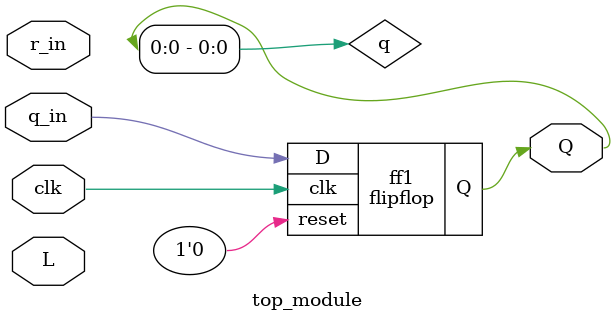
<source format=sv>
module flipflop(
    input clk,
    input reset,
    input D,
    output reg Q
);
    always @(posedge clk or posedge reset) begin
        if (reset)
            Q <= 0;
        else
            Q <= D;
    end
endmodule
module multiplexer(
    input sel,
    input [1:0] data,
    output reg out
);
    always @(sel or data) begin
        case(sel)
            2'b00: out = data[0];
            2'b01: out = data[1];
            2'b10: out = data[0];
            default: out = data[1];
        endcase
    end
endmodule
module top_module(
    input clk,
    input L,
    input q_in,
    input r_in,
    output reg Q
);
    wire [2:0] r;
    wire [2:0] q;
    
    flipflop ff1(
        .clk(clk),
        .reset(0),
        .D(q_in),
        .Q(q[0])
    );
    
    flipflop ff2(
        .clk(clk),
        .reset(0),
        .D(q[1]),
        .Q(q[2])
    );
    
    flipflop ff3(
        .clk(clk),
        .reset(0),
        .D(r_in),
        .Q(r[0])
    );
    
    multiplexer mux(
        .sel(L),
        .data({q[1], q[2]}),
        .out(r[1])
    );
    
    flipflop ff4(
        .clk(clk),
        .reset(0),
        .D(r[1]),
        .Q(r[2])
    );
    
    assign Q = q[0];
    
endmodule

</source>
